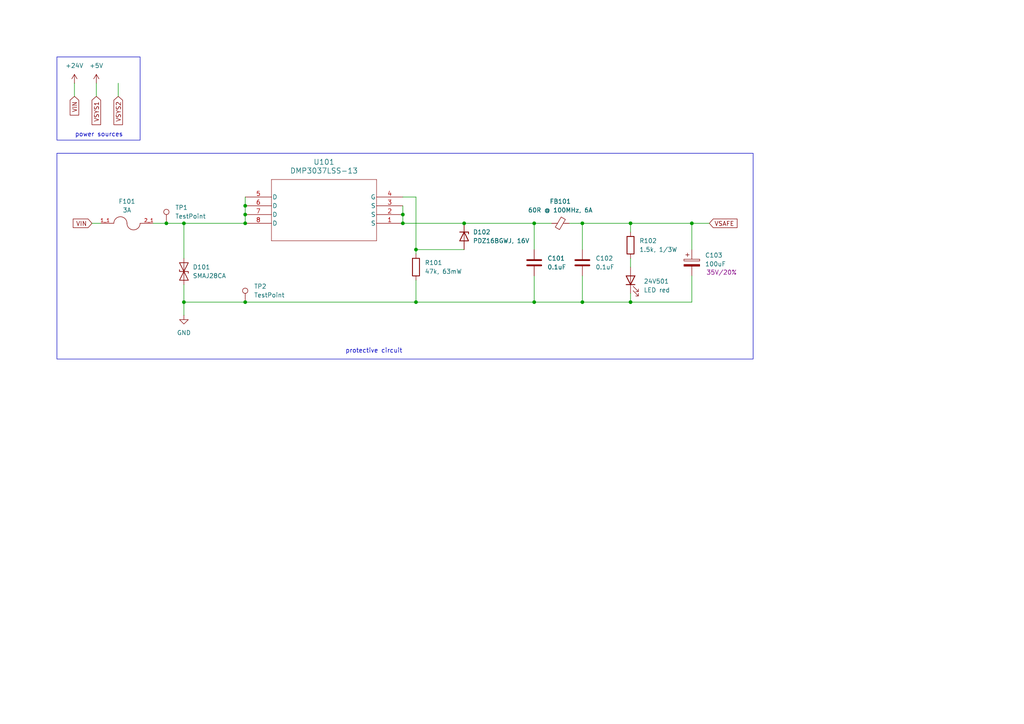
<source format=kicad_sch>
(kicad_sch
	(version 20231120)
	(generator "eeschema")
	(generator_version "8.0")
	(uuid "e396a9e1-26e1-4f8d-8b8a-860e6fa7cb0a")
	(paper "A4")
	(lib_symbols
		(symbol "+24V_1"
			(power)
			(pin_numbers hide)
			(pin_names
				(offset 0) hide)
			(exclude_from_sim no)
			(in_bom yes)
			(on_board yes)
			(property "Reference" "#PWR"
				(at 0 -3.81 0)
				(effects
					(font
						(size 1.27 1.27)
					)
					(hide yes)
				)
			)
			(property "Value" "+24V"
				(at 0 3.556 0)
				(effects
					(font
						(size 1.27 1.27)
					)
				)
			)
			(property "Footprint" ""
				(at 0 0 0)
				(effects
					(font
						(size 1.27 1.27)
					)
					(hide yes)
				)
			)
			(property "Datasheet" ""
				(at 0 0 0)
				(effects
					(font
						(size 1.27 1.27)
					)
					(hide yes)
				)
			)
			(property "Description" "Power symbol creates a global label with name \"+24V\""
				(at 0 0 0)
				(effects
					(font
						(size 1.27 1.27)
					)
					(hide yes)
				)
			)
			(property "ki_keywords" "global power"
				(at 0 0 0)
				(effects
					(font
						(size 1.27 1.27)
					)
					(hide yes)
				)
			)
			(symbol "+24V_1_0_1"
				(polyline
					(pts
						(xy -0.762 1.27) (xy 0 2.54)
					)
					(stroke
						(width 0)
						(type default)
					)
					(fill
						(type none)
					)
				)
				(polyline
					(pts
						(xy 0 0) (xy 0 2.54)
					)
					(stroke
						(width 0)
						(type default)
					)
					(fill
						(type none)
					)
				)
				(polyline
					(pts
						(xy 0 2.54) (xy 0.762 1.27)
					)
					(stroke
						(width 0)
						(type default)
					)
					(fill
						(type none)
					)
				)
			)
			(symbol "+24V_1_1_1"
				(pin power_in line
					(at 0 0 90)
					(length 0)
					(name "~"
						(effects
							(font
								(size 1.27 1.27)
							)
						)
					)
					(number "1"
						(effects
							(font
								(size 1.27 1.27)
							)
						)
					)
				)
			)
		)
		(symbol "+5V_1"
			(power)
			(pin_numbers hide)
			(pin_names
				(offset 0) hide)
			(exclude_from_sim no)
			(in_bom yes)
			(on_board yes)
			(property "Reference" "#PWR"
				(at 0 -3.81 0)
				(effects
					(font
						(size 1.27 1.27)
					)
					(hide yes)
				)
			)
			(property "Value" "+5V"
				(at 0 3.556 0)
				(effects
					(font
						(size 1.27 1.27)
					)
				)
			)
			(property "Footprint" ""
				(at 0 0 0)
				(effects
					(font
						(size 1.27 1.27)
					)
					(hide yes)
				)
			)
			(property "Datasheet" ""
				(at 0 0 0)
				(effects
					(font
						(size 1.27 1.27)
					)
					(hide yes)
				)
			)
			(property "Description" "Power symbol creates a global label with name \"+5V\""
				(at 0 0 0)
				(effects
					(font
						(size 1.27 1.27)
					)
					(hide yes)
				)
			)
			(property "ki_keywords" "global power"
				(at 0 0 0)
				(effects
					(font
						(size 1.27 1.27)
					)
					(hide yes)
				)
			)
			(symbol "+5V_1_0_1"
				(polyline
					(pts
						(xy -0.762 1.27) (xy 0 2.54)
					)
					(stroke
						(width 0)
						(type default)
					)
					(fill
						(type none)
					)
				)
				(polyline
					(pts
						(xy 0 0) (xy 0 2.54)
					)
					(stroke
						(width 0)
						(type default)
					)
					(fill
						(type none)
					)
				)
				(polyline
					(pts
						(xy 0 2.54) (xy 0.762 1.27)
					)
					(stroke
						(width 0)
						(type default)
					)
					(fill
						(type none)
					)
				)
			)
			(symbol "+5V_1_1_1"
				(pin power_in line
					(at 0 0 90)
					(length 0)
					(name "~"
						(effects
							(font
								(size 1.27 1.27)
							)
						)
					)
					(number "1"
						(effects
							(font
								(size 1.27 1.27)
							)
						)
					)
				)
			)
		)
		(symbol "Connector:TestPoint"
			(pin_numbers hide)
			(pin_names
				(offset 0.762) hide)
			(exclude_from_sim no)
			(in_bom yes)
			(on_board yes)
			(property "Reference" "TP"
				(at 0 6.858 0)
				(effects
					(font
						(size 1.27 1.27)
					)
				)
			)
			(property "Value" "TestPoint"
				(at 0 5.08 0)
				(effects
					(font
						(size 1.27 1.27)
					)
				)
			)
			(property "Footprint" ""
				(at 5.08 0 0)
				(effects
					(font
						(size 1.27 1.27)
					)
					(hide yes)
				)
			)
			(property "Datasheet" "~"
				(at 5.08 0 0)
				(effects
					(font
						(size 1.27 1.27)
					)
					(hide yes)
				)
			)
			(property "Description" "test point"
				(at 0 0 0)
				(effects
					(font
						(size 1.27 1.27)
					)
					(hide yes)
				)
			)
			(property "ki_keywords" "test point tp"
				(at 0 0 0)
				(effects
					(font
						(size 1.27 1.27)
					)
					(hide yes)
				)
			)
			(property "ki_fp_filters" "Pin* Test*"
				(at 0 0 0)
				(effects
					(font
						(size 1.27 1.27)
					)
					(hide yes)
				)
			)
			(symbol "TestPoint_0_1"
				(circle
					(center 0 3.302)
					(radius 0.762)
					(stroke
						(width 0)
						(type default)
					)
					(fill
						(type none)
					)
				)
			)
			(symbol "TestPoint_1_1"
				(pin passive line
					(at 0 0 90)
					(length 2.54)
					(name "1"
						(effects
							(font
								(size 1.27 1.27)
							)
						)
					)
					(number "1"
						(effects
							(font
								(size 1.27 1.27)
							)
						)
					)
				)
			)
		)
		(symbol "Device:C"
			(pin_numbers hide)
			(pin_names
				(offset 0.254)
			)
			(exclude_from_sim no)
			(in_bom yes)
			(on_board yes)
			(property "Reference" "C"
				(at 0.635 2.54 0)
				(effects
					(font
						(size 1.27 1.27)
					)
					(justify left)
				)
			)
			(property "Value" "C"
				(at 0.635 -2.54 0)
				(effects
					(font
						(size 1.27 1.27)
					)
					(justify left)
				)
			)
			(property "Footprint" ""
				(at 0.9652 -3.81 0)
				(effects
					(font
						(size 1.27 1.27)
					)
					(hide yes)
				)
			)
			(property "Datasheet" "~"
				(at 0 0 0)
				(effects
					(font
						(size 1.27 1.27)
					)
					(hide yes)
				)
			)
			(property "Description" "Unpolarized capacitor"
				(at 0 0 0)
				(effects
					(font
						(size 1.27 1.27)
					)
					(hide yes)
				)
			)
			(property "ki_keywords" "cap capacitor"
				(at 0 0 0)
				(effects
					(font
						(size 1.27 1.27)
					)
					(hide yes)
				)
			)
			(property "ki_fp_filters" "C_*"
				(at 0 0 0)
				(effects
					(font
						(size 1.27 1.27)
					)
					(hide yes)
				)
			)
			(symbol "C_0_1"
				(polyline
					(pts
						(xy -2.032 -0.762) (xy 2.032 -0.762)
					)
					(stroke
						(width 0.508)
						(type default)
					)
					(fill
						(type none)
					)
				)
				(polyline
					(pts
						(xy -2.032 0.762) (xy 2.032 0.762)
					)
					(stroke
						(width 0.508)
						(type default)
					)
					(fill
						(type none)
					)
				)
			)
			(symbol "C_1_1"
				(pin passive line
					(at 0 3.81 270)
					(length 2.794)
					(name "~"
						(effects
							(font
								(size 1.27 1.27)
							)
						)
					)
					(number "1"
						(effects
							(font
								(size 1.27 1.27)
							)
						)
					)
				)
				(pin passive line
					(at 0 -3.81 90)
					(length 2.794)
					(name "~"
						(effects
							(font
								(size 1.27 1.27)
							)
						)
					)
					(number "2"
						(effects
							(font
								(size 1.27 1.27)
							)
						)
					)
				)
			)
		)
		(symbol "Device:C_Polarized"
			(pin_numbers hide)
			(pin_names
				(offset 0.254)
			)
			(exclude_from_sim no)
			(in_bom yes)
			(on_board yes)
			(property "Reference" "C"
				(at 0.635 2.54 0)
				(effects
					(font
						(size 1.27 1.27)
					)
					(justify left)
				)
			)
			(property "Value" "C_Polarized"
				(at 0.635 -2.54 0)
				(effects
					(font
						(size 1.27 1.27)
					)
					(justify left)
				)
			)
			(property "Footprint" ""
				(at 0.9652 -3.81 0)
				(effects
					(font
						(size 1.27 1.27)
					)
					(hide yes)
				)
			)
			(property "Datasheet" "~"
				(at 0 0 0)
				(effects
					(font
						(size 1.27 1.27)
					)
					(hide yes)
				)
			)
			(property "Description" "Polarized capacitor"
				(at 0 0 0)
				(effects
					(font
						(size 1.27 1.27)
					)
					(hide yes)
				)
			)
			(property "ki_keywords" "cap capacitor"
				(at 0 0 0)
				(effects
					(font
						(size 1.27 1.27)
					)
					(hide yes)
				)
			)
			(property "ki_fp_filters" "CP_*"
				(at 0 0 0)
				(effects
					(font
						(size 1.27 1.27)
					)
					(hide yes)
				)
			)
			(symbol "C_Polarized_0_1"
				(rectangle
					(start -2.286 0.508)
					(end 2.286 1.016)
					(stroke
						(width 0)
						(type default)
					)
					(fill
						(type none)
					)
				)
				(polyline
					(pts
						(xy -1.778 2.286) (xy -0.762 2.286)
					)
					(stroke
						(width 0)
						(type default)
					)
					(fill
						(type none)
					)
				)
				(polyline
					(pts
						(xy -1.27 2.794) (xy -1.27 1.778)
					)
					(stroke
						(width 0)
						(type default)
					)
					(fill
						(type none)
					)
				)
				(rectangle
					(start 2.286 -0.508)
					(end -2.286 -1.016)
					(stroke
						(width 0)
						(type default)
					)
					(fill
						(type outline)
					)
				)
			)
			(symbol "C_Polarized_1_1"
				(pin passive line
					(at 0 3.81 270)
					(length 2.794)
					(name "~"
						(effects
							(font
								(size 1.27 1.27)
							)
						)
					)
					(number "1"
						(effects
							(font
								(size 1.27 1.27)
							)
						)
					)
				)
				(pin passive line
					(at 0 -3.81 90)
					(length 2.794)
					(name "~"
						(effects
							(font
								(size 1.27 1.27)
							)
						)
					)
					(number "2"
						(effects
							(font
								(size 1.27 1.27)
							)
						)
					)
				)
			)
		)
		(symbol "Device:D_Zener"
			(pin_numbers hide)
			(pin_names
				(offset 1.016) hide)
			(exclude_from_sim no)
			(in_bom yes)
			(on_board yes)
			(property "Reference" "D"
				(at 0 2.54 0)
				(effects
					(font
						(size 1.27 1.27)
					)
				)
			)
			(property "Value" "D_Zener"
				(at 0 -2.54 0)
				(effects
					(font
						(size 1.27 1.27)
					)
				)
			)
			(property "Footprint" ""
				(at 0 0 0)
				(effects
					(font
						(size 1.27 1.27)
					)
					(hide yes)
				)
			)
			(property "Datasheet" "~"
				(at 0 0 0)
				(effects
					(font
						(size 1.27 1.27)
					)
					(hide yes)
				)
			)
			(property "Description" "Zener diode"
				(at 0 0 0)
				(effects
					(font
						(size 1.27 1.27)
					)
					(hide yes)
				)
			)
			(property "ki_keywords" "diode"
				(at 0 0 0)
				(effects
					(font
						(size 1.27 1.27)
					)
					(hide yes)
				)
			)
			(property "ki_fp_filters" "TO-???* *_Diode_* *SingleDiode* D_*"
				(at 0 0 0)
				(effects
					(font
						(size 1.27 1.27)
					)
					(hide yes)
				)
			)
			(symbol "D_Zener_0_1"
				(polyline
					(pts
						(xy 1.27 0) (xy -1.27 0)
					)
					(stroke
						(width 0)
						(type default)
					)
					(fill
						(type none)
					)
				)
				(polyline
					(pts
						(xy -1.27 -1.27) (xy -1.27 1.27) (xy -0.762 1.27)
					)
					(stroke
						(width 0.254)
						(type default)
					)
					(fill
						(type none)
					)
				)
				(polyline
					(pts
						(xy 1.27 -1.27) (xy 1.27 1.27) (xy -1.27 0) (xy 1.27 -1.27)
					)
					(stroke
						(width 0.254)
						(type default)
					)
					(fill
						(type none)
					)
				)
			)
			(symbol "D_Zener_1_1"
				(pin passive line
					(at -3.81 0 0)
					(length 2.54)
					(name "K"
						(effects
							(font
								(size 1.27 1.27)
							)
						)
					)
					(number "1"
						(effects
							(font
								(size 1.27 1.27)
							)
						)
					)
				)
				(pin passive line
					(at 3.81 0 180)
					(length 2.54)
					(name "A"
						(effects
							(font
								(size 1.27 1.27)
							)
						)
					)
					(number "2"
						(effects
							(font
								(size 1.27 1.27)
							)
						)
					)
				)
			)
		)
		(symbol "Device:FerriteBead_Small"
			(pin_numbers hide)
			(pin_names
				(offset 0)
			)
			(exclude_from_sim no)
			(in_bom yes)
			(on_board yes)
			(property "Reference" "FB"
				(at 1.905 1.27 0)
				(effects
					(font
						(size 1.27 1.27)
					)
					(justify left)
				)
			)
			(property "Value" "FerriteBead_Small"
				(at 1.905 -1.27 0)
				(effects
					(font
						(size 1.27 1.27)
					)
					(justify left)
				)
			)
			(property "Footprint" ""
				(at -1.778 0 90)
				(effects
					(font
						(size 1.27 1.27)
					)
					(hide yes)
				)
			)
			(property "Datasheet" "~"
				(at 0 0 0)
				(effects
					(font
						(size 1.27 1.27)
					)
					(hide yes)
				)
			)
			(property "Description" "Ferrite bead, small symbol"
				(at 0 0 0)
				(effects
					(font
						(size 1.27 1.27)
					)
					(hide yes)
				)
			)
			(property "ki_keywords" "L ferrite bead inductor filter"
				(at 0 0 0)
				(effects
					(font
						(size 1.27 1.27)
					)
					(hide yes)
				)
			)
			(property "ki_fp_filters" "Inductor_* L_* *Ferrite*"
				(at 0 0 0)
				(effects
					(font
						(size 1.27 1.27)
					)
					(hide yes)
				)
			)
			(symbol "FerriteBead_Small_0_1"
				(polyline
					(pts
						(xy 0 -1.27) (xy 0 -0.7874)
					)
					(stroke
						(width 0)
						(type default)
					)
					(fill
						(type none)
					)
				)
				(polyline
					(pts
						(xy 0 0.889) (xy 0 1.2954)
					)
					(stroke
						(width 0)
						(type default)
					)
					(fill
						(type none)
					)
				)
				(polyline
					(pts
						(xy -1.8288 0.2794) (xy -1.1176 1.4986) (xy 1.8288 -0.2032) (xy 1.1176 -1.4224) (xy -1.8288 0.2794)
					)
					(stroke
						(width 0)
						(type default)
					)
					(fill
						(type none)
					)
				)
			)
			(symbol "FerriteBead_Small_1_1"
				(pin passive line
					(at 0 2.54 270)
					(length 1.27)
					(name "~"
						(effects
							(font
								(size 1.27 1.27)
							)
						)
					)
					(number "1"
						(effects
							(font
								(size 1.27 1.27)
							)
						)
					)
				)
				(pin passive line
					(at 0 -2.54 90)
					(length 1.27)
					(name "~"
						(effects
							(font
								(size 1.27 1.27)
							)
						)
					)
					(number "2"
						(effects
							(font
								(size 1.27 1.27)
							)
						)
					)
				)
			)
		)
		(symbol "Device:LED"
			(pin_numbers hide)
			(pin_names
				(offset 1.016) hide)
			(exclude_from_sim no)
			(in_bom yes)
			(on_board yes)
			(property "Reference" "D"
				(at 0 2.54 0)
				(effects
					(font
						(size 1.27 1.27)
					)
				)
			)
			(property "Value" "LED"
				(at 0 -2.54 0)
				(effects
					(font
						(size 1.27 1.27)
					)
				)
			)
			(property "Footprint" ""
				(at 0 0 0)
				(effects
					(font
						(size 1.27 1.27)
					)
					(hide yes)
				)
			)
			(property "Datasheet" "~"
				(at 0 0 0)
				(effects
					(font
						(size 1.27 1.27)
					)
					(hide yes)
				)
			)
			(property "Description" "Light emitting diode"
				(at 0 0 0)
				(effects
					(font
						(size 1.27 1.27)
					)
					(hide yes)
				)
			)
			(property "ki_keywords" "LED diode"
				(at 0 0 0)
				(effects
					(font
						(size 1.27 1.27)
					)
					(hide yes)
				)
			)
			(property "ki_fp_filters" "LED* LED_SMD:* LED_THT:*"
				(at 0 0 0)
				(effects
					(font
						(size 1.27 1.27)
					)
					(hide yes)
				)
			)
			(symbol "LED_0_1"
				(polyline
					(pts
						(xy -1.27 -1.27) (xy -1.27 1.27)
					)
					(stroke
						(width 0.254)
						(type default)
					)
					(fill
						(type none)
					)
				)
				(polyline
					(pts
						(xy -1.27 0) (xy 1.27 0)
					)
					(stroke
						(width 0)
						(type default)
					)
					(fill
						(type none)
					)
				)
				(polyline
					(pts
						(xy 1.27 -1.27) (xy 1.27 1.27) (xy -1.27 0) (xy 1.27 -1.27)
					)
					(stroke
						(width 0.254)
						(type default)
					)
					(fill
						(type none)
					)
				)
				(polyline
					(pts
						(xy -3.048 -0.762) (xy -4.572 -2.286) (xy -3.81 -2.286) (xy -4.572 -2.286) (xy -4.572 -1.524)
					)
					(stroke
						(width 0)
						(type default)
					)
					(fill
						(type none)
					)
				)
				(polyline
					(pts
						(xy -1.778 -0.762) (xy -3.302 -2.286) (xy -2.54 -2.286) (xy -3.302 -2.286) (xy -3.302 -1.524)
					)
					(stroke
						(width 0)
						(type default)
					)
					(fill
						(type none)
					)
				)
			)
			(symbol "LED_1_1"
				(pin passive line
					(at -3.81 0 0)
					(length 2.54)
					(name "K"
						(effects
							(font
								(size 1.27 1.27)
							)
						)
					)
					(number "1"
						(effects
							(font
								(size 1.27 1.27)
							)
						)
					)
				)
				(pin passive line
					(at 3.81 0 180)
					(length 2.54)
					(name "A"
						(effects
							(font
								(size 1.27 1.27)
							)
						)
					)
					(number "2"
						(effects
							(font
								(size 1.27 1.27)
							)
						)
					)
				)
			)
		)
		(symbol "Device:R"
			(pin_numbers hide)
			(pin_names
				(offset 0)
			)
			(exclude_from_sim no)
			(in_bom yes)
			(on_board yes)
			(property "Reference" "R"
				(at 2.032 0 90)
				(effects
					(font
						(size 1.27 1.27)
					)
				)
			)
			(property "Value" "R"
				(at 0 0 90)
				(effects
					(font
						(size 1.27 1.27)
					)
				)
			)
			(property "Footprint" ""
				(at -1.778 0 90)
				(effects
					(font
						(size 1.27 1.27)
					)
					(hide yes)
				)
			)
			(property "Datasheet" "~"
				(at 0 0 0)
				(effects
					(font
						(size 1.27 1.27)
					)
					(hide yes)
				)
			)
			(property "Description" "Resistor"
				(at 0 0 0)
				(effects
					(font
						(size 1.27 1.27)
					)
					(hide yes)
				)
			)
			(property "ki_keywords" "R res resistor"
				(at 0 0 0)
				(effects
					(font
						(size 1.27 1.27)
					)
					(hide yes)
				)
			)
			(property "ki_fp_filters" "R_*"
				(at 0 0 0)
				(effects
					(font
						(size 1.27 1.27)
					)
					(hide yes)
				)
			)
			(symbol "R_0_1"
				(rectangle
					(start -1.016 -2.54)
					(end 1.016 2.54)
					(stroke
						(width 0.254)
						(type default)
					)
					(fill
						(type none)
					)
				)
			)
			(symbol "R_1_1"
				(pin passive line
					(at 0 3.81 270)
					(length 1.27)
					(name "~"
						(effects
							(font
								(size 1.27 1.27)
							)
						)
					)
					(number "1"
						(effects
							(font
								(size 1.27 1.27)
							)
						)
					)
				)
				(pin passive line
					(at 0 -3.81 90)
					(length 1.27)
					(name "~"
						(effects
							(font
								(size 1.27 1.27)
							)
						)
					)
					(number "2"
						(effects
							(font
								(size 1.27 1.27)
							)
						)
					)
				)
			)
		)
		(symbol "Diode:SMAJ28CA"
			(pin_numbers hide)
			(pin_names
				(offset 1.016) hide)
			(exclude_from_sim no)
			(in_bom yes)
			(on_board yes)
			(property "Reference" "D"
				(at 0 2.54 0)
				(effects
					(font
						(size 1.27 1.27)
					)
				)
			)
			(property "Value" "SMAJ28CA"
				(at 0 -2.54 0)
				(effects
					(font
						(size 1.27 1.27)
					)
				)
			)
			(property "Footprint" "Diode_SMD:D_SMA"
				(at 0 -5.08 0)
				(effects
					(font
						(size 1.27 1.27)
					)
					(hide yes)
				)
			)
			(property "Datasheet" "https://www.littelfuse.com/media?resourcetype=datasheets&itemid=75e32973-b177-4ee3-a0ff-cedaf1abdb93&filename=smaj-datasheet"
				(at 0 0 0)
				(effects
					(font
						(size 1.27 1.27)
					)
					(hide yes)
				)
			)
			(property "Description" "400W bidirectional Transient Voltage Suppressor, 28.0Vr, SMA(DO-214AC)"
				(at 0 0 0)
				(effects
					(font
						(size 1.27 1.27)
					)
					(hide yes)
				)
			)
			(property "ki_keywords" "bidirectional diode TVS voltage suppressor"
				(at 0 0 0)
				(effects
					(font
						(size 1.27 1.27)
					)
					(hide yes)
				)
			)
			(property "ki_fp_filters" "D*SMA*"
				(at 0 0 0)
				(effects
					(font
						(size 1.27 1.27)
					)
					(hide yes)
				)
			)
			(symbol "SMAJ28CA_0_1"
				(polyline
					(pts
						(xy 1.27 0) (xy -1.27 0)
					)
					(stroke
						(width 0)
						(type default)
					)
					(fill
						(type none)
					)
				)
				(polyline
					(pts
						(xy -2.54 -1.27) (xy 0 0) (xy -2.54 1.27) (xy -2.54 -1.27)
					)
					(stroke
						(width 0.2032)
						(type default)
					)
					(fill
						(type none)
					)
				)
				(polyline
					(pts
						(xy 0.508 1.27) (xy 0 1.27) (xy 0 -1.27) (xy -0.508 -1.27)
					)
					(stroke
						(width 0.2032)
						(type default)
					)
					(fill
						(type none)
					)
				)
				(polyline
					(pts
						(xy 2.54 1.27) (xy 2.54 -1.27) (xy 0 0) (xy 2.54 1.27)
					)
					(stroke
						(width 0.2032)
						(type default)
					)
					(fill
						(type none)
					)
				)
			)
			(symbol "SMAJ28CA_1_1"
				(pin passive line
					(at -3.81 0 0)
					(length 2.54)
					(name "A1"
						(effects
							(font
								(size 1.27 1.27)
							)
						)
					)
					(number "1"
						(effects
							(font
								(size 1.27 1.27)
							)
						)
					)
				)
				(pin passive line
					(at 3.81 0 180)
					(length 2.54)
					(name "A2"
						(effects
							(font
								(size 1.27 1.27)
							)
						)
					)
					(number "2"
						(effects
							(font
								(size 1.27 1.27)
							)
						)
					)
				)
			)
		)
		(symbol "GND_1"
			(power)
			(pin_numbers hide)
			(pin_names
				(offset 0) hide)
			(exclude_from_sim no)
			(in_bom yes)
			(on_board yes)
			(property "Reference" "#PWR"
				(at 0 -6.35 0)
				(effects
					(font
						(size 1.27 1.27)
					)
					(hide yes)
				)
			)
			(property "Value" "GND"
				(at 0 -3.81 0)
				(effects
					(font
						(size 1.27 1.27)
					)
				)
			)
			(property "Footprint" ""
				(at 0 0 0)
				(effects
					(font
						(size 1.27 1.27)
					)
					(hide yes)
				)
			)
			(property "Datasheet" ""
				(at 0 0 0)
				(effects
					(font
						(size 1.27 1.27)
					)
					(hide yes)
				)
			)
			(property "Description" "Power symbol creates a global label with name \"GND\" , ground"
				(at 0 0 0)
				(effects
					(font
						(size 1.27 1.27)
					)
					(hide yes)
				)
			)
			(property "ki_keywords" "global power"
				(at 0 0 0)
				(effects
					(font
						(size 1.27 1.27)
					)
					(hide yes)
				)
			)
			(symbol "GND_1_0_1"
				(polyline
					(pts
						(xy 0 0) (xy 0 -1.27) (xy 1.27 -1.27) (xy 0 -2.54) (xy -1.27 -1.27) (xy 0 -1.27)
					)
					(stroke
						(width 0)
						(type default)
					)
					(fill
						(type none)
					)
				)
			)
			(symbol "GND_1_1_1"
				(pin power_in line
					(at 0 0 270)
					(length 0)
					(name "~"
						(effects
							(font
								(size 1.27 1.27)
							)
						)
					)
					(number "1"
						(effects
							(font
								(size 1.27 1.27)
							)
						)
					)
				)
			)
		)
		(symbol "Transistor_FET:DMP3037LSS-13"
			(pin_names
				(offset 0.254)
			)
			(exclude_from_sim no)
			(in_bom yes)
			(on_board yes)
			(property "Reference" "U"
				(at 0 13.97 0)
				(effects
					(font
						(size 1.524 1.524)
					)
				)
			)
			(property "Value" "DMP3037LSS-13"
				(at 0 11.43 0)
				(effects
					(font
						(size 1.524 1.524)
					)
				)
			)
			(property "Footprint" "SO8_DIO"
				(at -22.86 3.81 0)
				(effects
					(font
						(size 1.27 1.27)
						(italic yes)
					)
					(hide yes)
				)
			)
			(property "Datasheet" "DMP3037LSS-13"
				(at -22.86 3.81 0)
				(effects
					(font
						(size 1.27 1.27)
						(italic yes)
					)
					(hide yes)
				)
			)
			(property "Description" ""
				(at -22.86 3.81 0)
				(effects
					(font
						(size 1.27 1.27)
					)
					(hide yes)
				)
			)
			(property "ki_locked" ""
				(at 0 0 0)
				(effects
					(font
						(size 1.27 1.27)
					)
				)
			)
			(property "ki_keywords" "DMP3037LSS-13"
				(at 0 0 0)
				(effects
					(font
						(size 1.27 1.27)
					)
					(hide yes)
				)
			)
			(property "ki_fp_filters" "SO8_DIO SO8_DIO-M SO8_DIO-L"
				(at 0 0 0)
				(effects
					(font
						(size 1.27 1.27)
					)
					(hide yes)
				)
			)
			(symbol "DMP3037LSS-13_1_1"
				(polyline
					(pts
						(xy -15.24 -8.89) (xy 15.24 -8.89)
					)
					(stroke
						(width 0.127)
						(type default)
					)
					(fill
						(type none)
					)
				)
				(polyline
					(pts
						(xy -15.24 8.89) (xy -15.24 -8.89)
					)
					(stroke
						(width 0.127)
						(type default)
					)
					(fill
						(type none)
					)
				)
				(polyline
					(pts
						(xy 15.24 -8.89) (xy 15.24 8.89)
					)
					(stroke
						(width 0.127)
						(type default)
					)
					(fill
						(type none)
					)
				)
				(polyline
					(pts
						(xy 15.24 8.89) (xy -15.24 8.89)
					)
					(stroke
						(width 0.127)
						(type default)
					)
					(fill
						(type none)
					)
				)
				(pin unspecified line
					(at -22.86 3.81 0)
					(length 7.62)
					(name "S"
						(effects
							(font
								(size 1.27 1.27)
							)
						)
					)
					(number "1"
						(effects
							(font
								(size 1.27 1.27)
							)
						)
					)
				)
				(pin unspecified line
					(at -22.86 1.27 0)
					(length 7.62)
					(name "S"
						(effects
							(font
								(size 1.27 1.27)
							)
						)
					)
					(number "2"
						(effects
							(font
								(size 1.27 1.27)
							)
						)
					)
				)
				(pin unspecified line
					(at -22.86 -1.27 0)
					(length 7.62)
					(name "S"
						(effects
							(font
								(size 1.27 1.27)
							)
						)
					)
					(number "3"
						(effects
							(font
								(size 1.27 1.27)
							)
						)
					)
				)
				(pin unspecified line
					(at -22.86 -3.81 0)
					(length 7.62)
					(name "G"
						(effects
							(font
								(size 1.27 1.27)
							)
						)
					)
					(number "4"
						(effects
							(font
								(size 1.27 1.27)
							)
						)
					)
				)
				(pin unspecified line
					(at 22.86 -3.81 180)
					(length 7.62)
					(name "D"
						(effects
							(font
								(size 1.27 1.27)
							)
						)
					)
					(number "5"
						(effects
							(font
								(size 1.27 1.27)
							)
						)
					)
				)
				(pin unspecified line
					(at 22.86 -1.27 180)
					(length 7.62)
					(name "D"
						(effects
							(font
								(size 1.27 1.27)
							)
						)
					)
					(number "6"
						(effects
							(font
								(size 1.27 1.27)
							)
						)
					)
				)
				(pin unspecified line
					(at 22.86 1.27 180)
					(length 7.62)
					(name "D"
						(effects
							(font
								(size 1.27 1.27)
							)
						)
					)
					(number "7"
						(effects
							(font
								(size 1.27 1.27)
							)
						)
					)
				)
				(pin unspecified line
					(at 22.86 3.81 180)
					(length 7.62)
					(name "D"
						(effects
							(font
								(size 1.27 1.27)
							)
						)
					)
					(number "8"
						(effects
							(font
								(size 1.27 1.27)
							)
						)
					)
				)
			)
		)
		(symbol "fuse_holder:3588TR"
			(pin_names
				(offset 1.016)
			)
			(exclude_from_sim no)
			(in_bom yes)
			(on_board yes)
			(property "Reference" "F"
				(at -2.54 5.08 0)
				(effects
					(font
						(size 1.27 1.27)
					)
					(justify left bottom)
				)
			)
			(property "Value" "3588TR"
				(at -2.54 -5.08 0)
				(effects
					(font
						(size 1.27 1.27)
					)
					(justify left bottom)
				)
			)
			(property "Footprint" "3588TR:FUSE_3588TR"
				(at 0 0 0)
				(effects
					(font
						(size 1.27 1.27)
					)
					(justify bottom)
					(hide yes)
				)
			)
			(property "Datasheet" ""
				(at 0 0 0)
				(effects
					(font
						(size 1.27 1.27)
					)
					(hide yes)
				)
			)
			(property "Description" ""
				(at 0 0 0)
				(effects
					(font
						(size 1.27 1.27)
					)
					(hide yes)
				)
			)
			(property "PARTREV" "E"
				(at 0 0 0)
				(effects
					(font
						(size 1.27 1.27)
					)
					(justify bottom)
					(hide yes)
				)
			)
			(property "SNAPEDA_PN" "3588"
				(at 0 0 0)
				(effects
					(font
						(size 1.27 1.27)
					)
					(justify bottom)
					(hide yes)
				)
			)
			(property "STANDARD" "Manufacturer Recommendation"
				(at 0 0 0)
				(effects
					(font
						(size 1.27 1.27)
					)
					(justify bottom)
					(hide yes)
				)
			)
			(property "MAXIMUM_PACKAGE_HEIGHT" "8.12mm"
				(at 0 0 0)
				(effects
					(font
						(size 1.27 1.27)
					)
					(justify bottom)
					(hide yes)
				)
			)
			(property "MANUFACTURER" "Keystone"
				(at 0 0 0)
				(effects
					(font
						(size 1.27 1.27)
					)
					(justify bottom)
					(hide yes)
				)
			)
			(symbol "3588TR_0_0"
				(arc
					(start 0 0)
					(mid -1.905 1.8967)
					(end -3.81 0)
					(stroke
						(width 0.1524)
						(type default)
					)
					(fill
						(type none)
					)
				)
				(polyline
					(pts
						(xy -5.08 0) (xy -3.81 0)
					)
					(stroke
						(width 0.1524)
						(type default)
					)
					(fill
						(type none)
					)
				)
				(polyline
					(pts
						(xy 5.08 0) (xy 3.81 0)
					)
					(stroke
						(width 0.1524)
						(type default)
					)
					(fill
						(type none)
					)
				)
				(arc
					(start 0 0)
					(mid 1.905 -1.8967)
					(end 3.81 0)
					(stroke
						(width 0.1524)
						(type default)
					)
					(fill
						(type none)
					)
				)
				(pin passive line
					(at -7.62 0 0)
					(length 2.54)
					(name "~"
						(effects
							(font
								(size 1.016 1.016)
							)
						)
					)
					(number "1_1"
						(effects
							(font
								(size 1.016 1.016)
							)
						)
					)
				)
				(pin passive line
					(at 7.62 0 180)
					(length 2.54)
					(name "~"
						(effects
							(font
								(size 1.016 1.016)
							)
						)
					)
					(number "2_1"
						(effects
							(font
								(size 1.016 1.016)
							)
						)
					)
				)
			)
		)
	)
	(junction
		(at 53.34 87.63)
		(diameter 0)
		(color 0 0 0 0)
		(uuid "0dadeaf8-5424-4fa2-99cc-9416fd17a2cc")
	)
	(junction
		(at 116.84 64.77)
		(diameter 0)
		(color 0 0 0 0)
		(uuid "0fd8c1a3-f91b-4f60-8976-a7e9e3f89420")
	)
	(junction
		(at 116.84 62.23)
		(diameter 0)
		(color 0 0 0 0)
		(uuid "1f0ce3e8-be69-4fcf-96d5-f50eb7d63bcc")
	)
	(junction
		(at 154.94 64.77)
		(diameter 0)
		(color 0 0 0 0)
		(uuid "227f13cb-026f-4bcb-8798-c5c7b9ccbd69")
	)
	(junction
		(at 182.88 87.63)
		(diameter 0)
		(color 0 0 0 0)
		(uuid "2bea8569-0a73-4e19-97c9-536b38252e46")
	)
	(junction
		(at 71.12 87.63)
		(diameter 0)
		(color 0 0 0 0)
		(uuid "5839b93b-156a-4b27-bd86-f48a1b4abf3d")
	)
	(junction
		(at 154.94 87.63)
		(diameter 0)
		(color 0 0 0 0)
		(uuid "5cb738ce-be02-4f68-8d3e-280dad769fc4")
	)
	(junction
		(at 200.66 64.77)
		(diameter 0)
		(color 0 0 0 0)
		(uuid "5e6625e2-f6e0-4dd1-a893-555b61959cb0")
	)
	(junction
		(at 168.91 87.63)
		(diameter 0)
		(color 0 0 0 0)
		(uuid "76be23ac-d635-45a5-b17e-8c94093fae77")
	)
	(junction
		(at 53.34 64.77)
		(diameter 0)
		(color 0 0 0 0)
		(uuid "7845a78d-47b7-4267-9bcf-12d0d4a6a364")
	)
	(junction
		(at 71.12 64.77)
		(diameter 0)
		(color 0 0 0 0)
		(uuid "86612f90-9a2b-4e10-9f84-c47e192400cd")
	)
	(junction
		(at 71.12 62.23)
		(diameter 0)
		(color 0 0 0 0)
		(uuid "8c75b5b7-3e3b-4e06-8c1a-b1b11d47f49f")
	)
	(junction
		(at 120.65 87.63)
		(diameter 0)
		(color 0 0 0 0)
		(uuid "923bdcfd-d506-4e8d-ac4e-7cc57f4e13db")
	)
	(junction
		(at 168.91 64.77)
		(diameter 0)
		(color 0 0 0 0)
		(uuid "9538450e-59a1-4297-94eb-519ad7bed736")
	)
	(junction
		(at 120.65 72.39)
		(diameter 0)
		(color 0 0 0 0)
		(uuid "9c30e822-9bd2-48a0-9c47-acfdee339966")
	)
	(junction
		(at 48.26 64.77)
		(diameter 0)
		(color 0 0 0 0)
		(uuid "c368ca8d-f6a3-4c1c-a74f-aa992441d70f")
	)
	(junction
		(at 71.12 59.69)
		(diameter 0)
		(color 0 0 0 0)
		(uuid "e64d0850-62e7-473a-ad6b-aa2717e1624c")
	)
	(junction
		(at 134.62 64.77)
		(diameter 0)
		(color 0 0 0 0)
		(uuid "e888c4c7-cf13-4fba-862b-c3ff1a984f84")
	)
	(junction
		(at 182.88 64.77)
		(diameter 0)
		(color 0 0 0 0)
		(uuid "fa769503-3b42-415a-8265-d463edeed34f")
	)
	(wire
		(pts
			(xy 182.88 85.09) (xy 182.88 87.63)
		)
		(stroke
			(width 0)
			(type default)
		)
		(uuid "08566dd6-fb14-448f-b528-1d4be8bf81b0")
	)
	(wire
		(pts
			(xy 182.88 87.63) (xy 200.66 87.63)
		)
		(stroke
			(width 0)
			(type default)
		)
		(uuid "0b590a26-b641-49a5-8a32-49177413c010")
	)
	(wire
		(pts
			(xy 26.67 64.77) (xy 29.21 64.77)
		)
		(stroke
			(width 0)
			(type default)
		)
		(uuid "0bd50f88-859d-43b7-8602-e7b0ba6cf329")
	)
	(wire
		(pts
			(xy 168.91 64.77) (xy 182.88 64.77)
		)
		(stroke
			(width 0)
			(type default)
		)
		(uuid "15e11c6f-ae80-4380-97f5-942d50537733")
	)
	(wire
		(pts
			(xy 120.65 87.63) (xy 154.94 87.63)
		)
		(stroke
			(width 0)
			(type default)
		)
		(uuid "173a5472-cf7a-4d0c-9770-563582396d0a")
	)
	(wire
		(pts
			(xy 27.94 24.13) (xy 27.94 27.94)
		)
		(stroke
			(width 0)
			(type default)
		)
		(uuid "1a502ba0-da9c-4c70-9e29-20f629a7f6e6")
	)
	(wire
		(pts
			(xy 48.26 64.77) (xy 53.34 64.77)
		)
		(stroke
			(width 0)
			(type default)
		)
		(uuid "2a6572df-7c35-442f-906d-b257cb07b5f3")
	)
	(wire
		(pts
			(xy 44.45 64.77) (xy 48.26 64.77)
		)
		(stroke
			(width 0)
			(type default)
		)
		(uuid "2a65af71-f1df-4108-8929-694d89a513bb")
	)
	(wire
		(pts
			(xy 71.12 62.23) (xy 71.12 64.77)
		)
		(stroke
			(width 0)
			(type default)
		)
		(uuid "2cb812f8-d221-4387-8cdf-c487b33415d8")
	)
	(wire
		(pts
			(xy 120.65 81.28) (xy 120.65 87.63)
		)
		(stroke
			(width 0)
			(type default)
		)
		(uuid "347e4b21-7497-4b24-9137-24b944b23e80")
	)
	(wire
		(pts
			(xy 71.12 87.63) (xy 120.65 87.63)
		)
		(stroke
			(width 0)
			(type default)
		)
		(uuid "362c7d2a-9899-4261-8362-eb487077445d")
	)
	(wire
		(pts
			(xy 71.12 57.15) (xy 71.12 59.69)
		)
		(stroke
			(width 0)
			(type default)
		)
		(uuid "36b56f5f-86f4-4b3e-9575-58e94f201561")
	)
	(wire
		(pts
			(xy 165.1 64.77) (xy 168.91 64.77)
		)
		(stroke
			(width 0)
			(type default)
		)
		(uuid "3965ab21-6f76-46aa-9aa8-6b716e939c00")
	)
	(wire
		(pts
			(xy 53.34 82.55) (xy 53.34 87.63)
		)
		(stroke
			(width 0)
			(type default)
		)
		(uuid "39909e00-3a81-4715-8c48-f3aa7a085423")
	)
	(wire
		(pts
			(xy 154.94 64.77) (xy 160.02 64.77)
		)
		(stroke
			(width 0)
			(type default)
		)
		(uuid "3d726ec5-434d-4bfe-ac6e-c46b211beae2")
	)
	(wire
		(pts
			(xy 116.84 62.23) (xy 116.84 64.77)
		)
		(stroke
			(width 0)
			(type default)
		)
		(uuid "3e046c9c-7d5a-4076-b920-bc57d0dc7388")
	)
	(wire
		(pts
			(xy 120.65 72.39) (xy 134.62 72.39)
		)
		(stroke
			(width 0)
			(type default)
		)
		(uuid "4da75695-12d8-4078-93a3-392c453fb1c8")
	)
	(wire
		(pts
			(xy 34.29 24.13) (xy 34.29 27.94)
		)
		(stroke
			(width 0)
			(type default)
		)
		(uuid "50710137-fa02-44d8-9495-4a32be9539ce")
	)
	(wire
		(pts
			(xy 154.94 87.63) (xy 154.94 80.01)
		)
		(stroke
			(width 0)
			(type default)
		)
		(uuid "51e02cf2-0fc2-4596-be72-80ce9a8c9aab")
	)
	(wire
		(pts
			(xy 116.84 57.15) (xy 120.65 57.15)
		)
		(stroke
			(width 0)
			(type default)
		)
		(uuid "5448ad75-4b33-4f0a-a4bf-ca1a7b6acdff")
	)
	(wire
		(pts
			(xy 116.84 64.77) (xy 134.62 64.77)
		)
		(stroke
			(width 0)
			(type default)
		)
		(uuid "57c24b3a-4c45-430c-bd91-1a2634084d1b")
	)
	(wire
		(pts
			(xy 120.65 72.39) (xy 120.65 73.66)
		)
		(stroke
			(width 0)
			(type default)
		)
		(uuid "6c2dee7d-a9bb-4976-b992-a67d67e39914")
	)
	(wire
		(pts
			(xy 200.66 64.77) (xy 205.74 64.77)
		)
		(stroke
			(width 0)
			(type default)
		)
		(uuid "767456c1-f088-4398-a1e7-9be2abbd07c1")
	)
	(wire
		(pts
			(xy 120.65 57.15) (xy 120.65 72.39)
		)
		(stroke
			(width 0)
			(type default)
		)
		(uuid "7effcd42-7d5b-453a-8b00-bb1e31791def")
	)
	(wire
		(pts
			(xy 154.94 87.63) (xy 168.91 87.63)
		)
		(stroke
			(width 0)
			(type default)
		)
		(uuid "83ef2754-e162-4a5f-b9ca-c8f84134648a")
	)
	(wire
		(pts
			(xy 182.88 64.77) (xy 200.66 64.77)
		)
		(stroke
			(width 0)
			(type default)
		)
		(uuid "8ab54bef-f8c6-4065-a0be-34f579b52867")
	)
	(wire
		(pts
			(xy 53.34 64.77) (xy 53.34 74.93)
		)
		(stroke
			(width 0)
			(type default)
		)
		(uuid "8da398be-0f9d-4bd4-817b-65cd0102de12")
	)
	(wire
		(pts
			(xy 168.91 87.63) (xy 168.91 80.01)
		)
		(stroke
			(width 0)
			(type default)
		)
		(uuid "92e9f76e-f249-41fc-be10-f6d1ffe6d6a4")
	)
	(wire
		(pts
			(xy 182.88 74.93) (xy 182.88 77.47)
		)
		(stroke
			(width 0)
			(type default)
		)
		(uuid "aaef8eda-5807-43fe-9e26-b18a2bb2e2ea")
	)
	(wire
		(pts
			(xy 21.59 24.13) (xy 21.59 27.94)
		)
		(stroke
			(width 0)
			(type default)
		)
		(uuid "acead962-d05a-445d-b37c-81070d36cca6")
	)
	(wire
		(pts
			(xy 53.34 87.63) (xy 53.34 91.44)
		)
		(stroke
			(width 0)
			(type default)
		)
		(uuid "afb01dee-f076-40da-925a-1bd91cf12fd6")
	)
	(wire
		(pts
			(xy 154.94 64.77) (xy 154.94 72.39)
		)
		(stroke
			(width 0)
			(type default)
		)
		(uuid "afba1afa-5b9d-4b02-95eb-12e76443dfe1")
	)
	(wire
		(pts
			(xy 53.34 64.77) (xy 71.12 64.77)
		)
		(stroke
			(width 0)
			(type default)
		)
		(uuid "b2d9f246-c4c7-417d-83ea-343d4d406ead")
	)
	(wire
		(pts
			(xy 116.84 59.69) (xy 116.84 62.23)
		)
		(stroke
			(width 0)
			(type default)
		)
		(uuid "c2630a13-8330-4703-82a5-566ff276cb3b")
	)
	(wire
		(pts
			(xy 71.12 59.69) (xy 71.12 62.23)
		)
		(stroke
			(width 0)
			(type default)
		)
		(uuid "c6137da0-dedf-4c31-8da5-19581a5bfdd0")
	)
	(wire
		(pts
			(xy 200.66 80.01) (xy 200.66 87.63)
		)
		(stroke
			(width 0)
			(type default)
		)
		(uuid "db262aa7-2d37-4762-b566-53224e0c6958")
	)
	(wire
		(pts
			(xy 200.66 72.39) (xy 200.66 64.77)
		)
		(stroke
			(width 0)
			(type default)
		)
		(uuid "dcc2a83c-b1f7-4bec-a8a9-3ef853bff6ca")
	)
	(wire
		(pts
			(xy 168.91 64.77) (xy 168.91 72.39)
		)
		(stroke
			(width 0)
			(type default)
		)
		(uuid "e63dce3c-b655-4296-a990-bce7a6ed3e6a")
	)
	(wire
		(pts
			(xy 182.88 64.77) (xy 182.88 67.31)
		)
		(stroke
			(width 0)
			(type default)
		)
		(uuid "eb8b5ebd-70f3-455d-8a20-be44d2df8151")
	)
	(wire
		(pts
			(xy 53.34 87.63) (xy 71.12 87.63)
		)
		(stroke
			(width 0)
			(type default)
		)
		(uuid "f67cf1ed-2b3e-4704-9f02-5c1708b78b40")
	)
	(wire
		(pts
			(xy 168.91 87.63) (xy 182.88 87.63)
		)
		(stroke
			(width 0)
			(type default)
		)
		(uuid "f884fa11-031a-4190-9f9f-e000cc7c567b")
	)
	(wire
		(pts
			(xy 134.62 64.77) (xy 154.94 64.77)
		)
		(stroke
			(width 0)
			(type default)
		)
		(uuid "fadea49e-8fd0-4bb1-a145-a191b31da8ff")
	)
	(rectangle
		(start 16.51 16.51)
		(end 40.64 40.64)
		(stroke
			(width 0)
			(type default)
		)
		(fill
			(type none)
		)
		(uuid 2cffc577-2c80-414a-a01f-32df2f3290cf)
	)
	(rectangle
		(start 16.51 44.45)
		(end 218.44 104.14)
		(stroke
			(width 0)
			(type default)
		)
		(fill
			(type none)
		)
		(uuid aaee8e7a-c81a-41a0-92f3-3491ef530d9a)
	)
	(text "protective circuit"
		(exclude_from_sim no)
		(at 108.458 101.854 0)
		(effects
			(font
				(size 1.27 1.27)
			)
		)
		(uuid "0d848514-2bd9-42be-9778-c1fa780982a0")
	)
	(text "power sources"
		(exclude_from_sim no)
		(at 28.702 39.116 0)
		(effects
			(font
				(size 1.27 1.27)
			)
		)
		(uuid "76993b8e-9f4c-4688-b9f1-0c2f25186429")
	)
	(global_label "VSYS1"
		(shape input)
		(at 27.94 27.94 270)
		(fields_autoplaced yes)
		(effects
			(font
				(size 1.27 1.27)
			)
			(justify right)
		)
		(uuid "1d98ef46-1293-4ac3-9170-292e5c012c73")
		(property "Intersheetrefs" "${INTERSHEET_REFS}"
			(at 27.94 36.7309 90)
			(effects
				(font
					(size 1.27 1.27)
				)
				(justify right)
				(hide yes)
			)
		)
	)
	(global_label "VSYS2"
		(shape input)
		(at 34.29 27.94 270)
		(fields_autoplaced yes)
		(effects
			(font
				(size 1.27 1.27)
			)
			(justify right)
		)
		(uuid "8d1af7a6-26df-43f2-bb82-346212f4c823")
		(property "Intersheetrefs" "${INTERSHEET_REFS}"
			(at 34.29 36.7309 90)
			(effects
				(font
					(size 1.27 1.27)
				)
				(justify right)
				(hide yes)
			)
		)
	)
	(global_label "VIN"
		(shape input)
		(at 26.67 64.77 180)
		(fields_autoplaced yes)
		(effects
			(font
				(size 1.27 1.27)
			)
			(justify right)
		)
		(uuid "ceb0a149-ffdf-4888-95a7-9f7b36c0298d")
		(property "Intersheetrefs" "${INTERSHEET_REFS}"
			(at 20.6609 64.77 0)
			(effects
				(font
					(size 1.27 1.27)
				)
				(justify right)
				(hide yes)
			)
		)
	)
	(global_label "VIN"
		(shape input)
		(at 21.59 27.94 270)
		(fields_autoplaced yes)
		(effects
			(font
				(size 1.27 1.27)
			)
			(justify right)
		)
		(uuid "ebb78e97-8a33-4569-bbf8-1832aa8c271e")
		(property "Intersheetrefs" "${INTERSHEET_REFS}"
			(at 21.59 33.9491 90)
			(effects
				(font
					(size 1.27 1.27)
				)
				(justify right)
				(hide yes)
			)
		)
	)
	(global_label "VSAFE"
		(shape input)
		(at 205.74 64.77 0)
		(fields_autoplaced yes)
		(effects
			(font
				(size 1.27 1.27)
			)
			(justify left)
		)
		(uuid "fd02e7d2-bd74-46fc-b621-351397adf193")
		(property "Intersheetrefs" "${INTERSHEET_REFS}"
			(at 214.3495 64.77 0)
			(effects
				(font
					(size 1.27 1.27)
				)
				(justify left)
				(hide yes)
			)
		)
	)
	(symbol
		(lib_id "Device:D_Zener")
		(at 134.62 68.58 270)
		(unit 1)
		(exclude_from_sim no)
		(in_bom yes)
		(on_board yes)
		(dnp no)
		(fields_autoplaced yes)
		(uuid "13f8f660-10a3-4233-b808-9b42fba781ac")
		(property "Reference" "D102"
			(at 137.16 67.3099 90)
			(effects
				(font
					(size 1.27 1.27)
				)
				(justify left)
			)
		)
		(property "Value" "PDZ16BGWJ, 16V"
			(at 137.16 69.8499 90)
			(effects
				(font
					(size 1.27 1.27)
				)
				(justify left)
			)
		)
		(property "Footprint" "Diode_SMD:D_SOD-123"
			(at 134.62 68.58 0)
			(effects
				(font
					(size 1.27 1.27)
				)
				(hide yes)
			)
		)
		(property "Datasheet" "~"
			(at 134.62 68.58 0)
			(effects
				(font
					(size 1.27 1.27)
				)
				(hide yes)
			)
		)
		(property "Description" "Zener diode"
			(at 134.62 68.58 0)
			(effects
				(font
					(size 1.27 1.27)
				)
				(hide yes)
			)
		)
		(pin "1"
			(uuid "f929b618-e9d4-43c1-8290-317b01cd3452")
		)
		(pin "2"
			(uuid "9ee3fa50-cc42-43ec-9a08-59d836577d9c")
		)
		(instances
			(project "phytohab_habcontroller_v.4.1"
				(path "/63d8ebc3-d81d-4869-925f-b28ad884a523/f136d3d6-4640-430f-9e07-8a7433887404"
					(reference "D102")
					(unit 1)
				)
			)
		)
	)
	(symbol
		(lib_id "Device:R")
		(at 182.88 71.12 0)
		(unit 1)
		(exclude_from_sim no)
		(in_bom yes)
		(on_board yes)
		(dnp no)
		(fields_autoplaced yes)
		(uuid "16e43683-2f05-4fe5-8f66-f0c4e170f141")
		(property "Reference" "R102"
			(at 185.42 69.8499 0)
			(effects
				(font
					(size 1.27 1.27)
				)
				(justify left)
			)
		)
		(property "Value" "1.5k, 1/3W"
			(at 185.42 72.3899 0)
			(effects
				(font
					(size 1.27 1.27)
				)
				(justify left)
			)
		)
		(property "Footprint" "Resistor_SMD:R_0603_1608Metric"
			(at 181.102 71.12 90)
			(effects
				(font
					(size 1.27 1.27)
				)
				(hide yes)
			)
		)
		(property "Datasheet" "~"
			(at 182.88 71.12 0)
			(effects
				(font
					(size 1.27 1.27)
				)
				(hide yes)
			)
		)
		(property "Description" "Resistor"
			(at 182.88 71.12 0)
			(effects
				(font
					(size 1.27 1.27)
				)
				(hide yes)
			)
		)
		(pin "2"
			(uuid "19b6506f-c7d6-4581-bfdc-1f237cbcc52b")
		)
		(pin "1"
			(uuid "246016b0-1ddd-4f74-b10b-458e0e9f3f98")
		)
		(instances
			(project "phytohab_habcontroller_v.4.1"
				(path "/63d8ebc3-d81d-4869-925f-b28ad884a523/f136d3d6-4640-430f-9e07-8a7433887404"
					(reference "R102")
					(unit 1)
				)
			)
		)
	)
	(symbol
		(lib_id "Device:FerriteBead_Small")
		(at 162.56 64.77 90)
		(unit 1)
		(exclude_from_sim no)
		(in_bom yes)
		(on_board yes)
		(dnp no)
		(fields_autoplaced yes)
		(uuid "20c39db5-6cca-418c-a0d7-a5894b23ff0e")
		(property "Reference" "FB101"
			(at 162.5219 58.42 90)
			(effects
				(font
					(size 1.27 1.27)
				)
			)
		)
		(property "Value" "60R @ 100MHz, 6A"
			(at 162.5219 60.96 90)
			(effects
				(font
					(size 1.27 1.27)
				)
			)
		)
		(property "Footprint" "BLM41PG600SN1L:BEADC4516X180N"
			(at 162.56 66.548 90)
			(effects
				(font
					(size 1.27 1.27)
				)
				(hide yes)
			)
		)
		(property "Datasheet" "~"
			(at 162.56 64.77 0)
			(effects
				(font
					(size 1.27 1.27)
				)
				(hide yes)
			)
		)
		(property "Description" "Ferrite bead, small symbol"
			(at 162.56 64.77 0)
			(effects
				(font
					(size 1.27 1.27)
				)
				(hide yes)
			)
		)
		(pin "1"
			(uuid "cea214e1-9554-44cf-92df-6f60fec559a9")
		)
		(pin "2"
			(uuid "6964e79e-aee8-4b4b-a6ef-2859e197a31e")
		)
		(instances
			(project "phytohab_habcontroller_v.4.1"
				(path "/63d8ebc3-d81d-4869-925f-b28ad884a523/f136d3d6-4640-430f-9e07-8a7433887404"
					(reference "FB101")
					(unit 1)
				)
			)
		)
	)
	(symbol
		(lib_id "Device:C")
		(at 154.94 76.2 0)
		(unit 1)
		(exclude_from_sim no)
		(in_bom yes)
		(on_board yes)
		(dnp no)
		(fields_autoplaced yes)
		(uuid "275fec5a-1258-424a-acfe-0a77a79abe28")
		(property "Reference" "C101"
			(at 158.75 74.9299 0)
			(effects
				(font
					(size 1.27 1.27)
				)
				(justify left)
			)
		)
		(property "Value" "0.1uF"
			(at 158.75 77.4699 0)
			(effects
				(font
					(size 1.27 1.27)
				)
				(justify left)
			)
		)
		(property "Footprint" "Capacitor_SMD:C_0402_1005Metric"
			(at 155.9052 80.01 0)
			(effects
				(font
					(size 1.27 1.27)
				)
				(hide yes)
			)
		)
		(property "Datasheet" "~"
			(at 154.94 76.2 0)
			(effects
				(font
					(size 1.27 1.27)
				)
				(hide yes)
			)
		)
		(property "Description" "Unpolarized capacitor"
			(at 154.94 76.2 0)
			(effects
				(font
					(size 1.27 1.27)
				)
				(hide yes)
			)
		)
		(pin "1"
			(uuid "6bf9a256-90aa-4c9e-b026-70a6361e9764")
		)
		(pin "2"
			(uuid "1328f328-f4a2-483d-917f-cd2e388d8fef")
		)
		(instances
			(project "phytohab_habcontroller_v.4.1"
				(path "/63d8ebc3-d81d-4869-925f-b28ad884a523/f136d3d6-4640-430f-9e07-8a7433887404"
					(reference "C101")
					(unit 1)
				)
			)
		)
	)
	(symbol
		(lib_name "+24V_1")
		(lib_id "power:+24V")
		(at 21.59 24.13 0)
		(unit 1)
		(exclude_from_sim no)
		(in_bom yes)
		(on_board yes)
		(dnp no)
		(fields_autoplaced yes)
		(uuid "35f4c542-6efe-4289-98ac-ff31f3c9ebaa")
		(property "Reference" "#PWR0801"
			(at 21.59 27.94 0)
			(effects
				(font
					(size 1.27 1.27)
				)
				(hide yes)
			)
		)
		(property "Value" "+24V"
			(at 21.59 19.05 0)
			(effects
				(font
					(size 1.27 1.27)
				)
			)
		)
		(property "Footprint" ""
			(at 21.59 24.13 0)
			(effects
				(font
					(size 1.27 1.27)
				)
				(hide yes)
			)
		)
		(property "Datasheet" ""
			(at 21.59 24.13 0)
			(effects
				(font
					(size 1.27 1.27)
				)
				(hide yes)
			)
		)
		(property "Description" "Power symbol creates a global label with name \"+24V\""
			(at 21.59 24.13 0)
			(effects
				(font
					(size 1.27 1.27)
				)
				(hide yes)
			)
		)
		(pin "1"
			(uuid "60fc2b64-32f3-488b-aa86-00136d266796")
		)
		(instances
			(project "phytohab_habcontroller_v.4.1"
				(path "/63d8ebc3-d81d-4869-925f-b28ad884a523/f136d3d6-4640-430f-9e07-8a7433887404"
					(reference "#PWR0801")
					(unit 1)
				)
			)
		)
	)
	(symbol
		(lib_id "Connector:TestPoint")
		(at 71.12 87.63 0)
		(unit 1)
		(exclude_from_sim no)
		(in_bom yes)
		(on_board yes)
		(dnp no)
		(fields_autoplaced yes)
		(uuid "59e9fc17-6cb4-426e-b795-15b5c73600b5")
		(property "Reference" "TP2"
			(at 73.66 83.0579 0)
			(effects
				(font
					(size 1.27 1.27)
				)
				(justify left)
			)
		)
		(property "Value" "TestPoint"
			(at 73.66 85.5979 0)
			(effects
				(font
					(size 1.27 1.27)
				)
				(justify left)
			)
		)
		(property "Footprint" "TestPoint:TestPoint_Pad_D1.0mm"
			(at 76.2 87.63 0)
			(effects
				(font
					(size 1.27 1.27)
				)
				(hide yes)
			)
		)
		(property "Datasheet" "~"
			(at 76.2 87.63 0)
			(effects
				(font
					(size 1.27 1.27)
				)
				(hide yes)
			)
		)
		(property "Description" ""
			(at 71.12 87.63 0)
			(effects
				(font
					(size 1.27 1.27)
				)
				(hide yes)
			)
		)
		(pin "1"
			(uuid "b57fb284-ab9a-4c6a-b4da-ef1a8712ebe5")
		)
		(instances
			(project "phytohab_habcontroller_v.4.1"
				(path "/63d8ebc3-d81d-4869-925f-b28ad884a523/f136d3d6-4640-430f-9e07-8a7433887404"
					(reference "TP2")
					(unit 1)
				)
			)
		)
	)
	(symbol
		(lib_name "GND_1")
		(lib_id "power:GND")
		(at 53.34 91.44 0)
		(unit 1)
		(exclude_from_sim no)
		(in_bom yes)
		(on_board yes)
		(dnp no)
		(fields_autoplaced yes)
		(uuid "5db34c1a-660c-4a31-a56a-61d36fa8b9d1")
		(property "Reference" "#PWR0803"
			(at 53.34 97.79 0)
			(effects
				(font
					(size 1.27 1.27)
				)
				(hide yes)
			)
		)
		(property "Value" "GND"
			(at 53.34 96.52 0)
			(effects
				(font
					(size 1.27 1.27)
				)
			)
		)
		(property "Footprint" ""
			(at 53.34 91.44 0)
			(effects
				(font
					(size 1.27 1.27)
				)
				(hide yes)
			)
		)
		(property "Datasheet" ""
			(at 53.34 91.44 0)
			(effects
				(font
					(size 1.27 1.27)
				)
				(hide yes)
			)
		)
		(property "Description" "Power symbol creates a global label with name \"GND\" , ground"
			(at 53.34 91.44 0)
			(effects
				(font
					(size 1.27 1.27)
				)
				(hide yes)
			)
		)
		(pin "1"
			(uuid "6317392a-4171-46c8-9d47-dd78b12dea14")
		)
		(instances
			(project "phytohab_habcontroller_v.4.1"
				(path "/63d8ebc3-d81d-4869-925f-b28ad884a523/f136d3d6-4640-430f-9e07-8a7433887404"
					(reference "#PWR0803")
					(unit 1)
				)
			)
		)
	)
	(symbol
		(lib_id "Transistor_FET:DMP3037LSS-13")
		(at 93.98 60.96 180)
		(unit 1)
		(exclude_from_sim no)
		(in_bom yes)
		(on_board yes)
		(dnp no)
		(fields_autoplaced yes)
		(uuid "642dcd1a-9baf-496e-b10f-0e4d8d6bb85d")
		(property "Reference" "U101"
			(at 93.98 46.99 0)
			(effects
				(font
					(size 1.524 1.524)
				)
			)
		)
		(property "Value" "DMP3037LSS-13"
			(at 93.98 49.53 0)
			(effects
				(font
					(size 1.524 1.524)
				)
			)
		)
		(property "Footprint" "Transistor_FET:SO8_DIO"
			(at 116.84 64.77 0)
			(effects
				(font
					(size 1.27 1.27)
					(italic yes)
				)
				(hide yes)
			)
		)
		(property "Datasheet" "DMP3037LSS-13"
			(at 116.84 64.77 0)
			(effects
				(font
					(size 1.27 1.27)
					(italic yes)
				)
				(hide yes)
			)
		)
		(property "Description" ""
			(at 116.84 64.77 0)
			(effects
				(font
					(size 1.27 1.27)
				)
				(hide yes)
			)
		)
		(pin "4"
			(uuid "a8496719-e5f8-40cb-b64d-fa939d5889f5")
		)
		(pin "2"
			(uuid "e11c675e-f130-4f81-8558-dade5f569046")
		)
		(pin "7"
			(uuid "f8ca57a1-0063-4e98-896e-044059d8498b")
		)
		(pin "3"
			(uuid "49d47da4-2dce-45f5-831e-296eeea01dc3")
		)
		(pin "5"
			(uuid "2c263966-252d-46c2-a1ab-e024049e98fb")
		)
		(pin "8"
			(uuid "f19d69d6-5116-4ac2-8b82-07337ffc7043")
		)
		(pin "6"
			(uuid "fc2d1434-0f6d-4e19-88ce-55f1326e41db")
		)
		(pin "1"
			(uuid "2b122aa1-693c-4b84-ba20-14c0c7aa368b")
		)
		(instances
			(project "phytohab_habcontroller_v.4.1"
				(path "/63d8ebc3-d81d-4869-925f-b28ad884a523/f136d3d6-4640-430f-9e07-8a7433887404"
					(reference "U101")
					(unit 1)
				)
			)
		)
	)
	(symbol
		(lib_name "+5V_1")
		(lib_id "power:+5V")
		(at 27.94 24.13 0)
		(unit 1)
		(exclude_from_sim no)
		(in_bom yes)
		(on_board yes)
		(dnp no)
		(fields_autoplaced yes)
		(uuid "66b5b6c0-a03f-42d2-96f7-fd9245eb6c4b")
		(property "Reference" "#PWR0802"
			(at 27.94 27.94 0)
			(effects
				(font
					(size 1.27 1.27)
				)
				(hide yes)
			)
		)
		(property "Value" "+5V"
			(at 27.94 19.05 0)
			(effects
				(font
					(size 1.27 1.27)
				)
			)
		)
		(property "Footprint" ""
			(at 27.94 24.13 0)
			(effects
				(font
					(size 1.27 1.27)
				)
				(hide yes)
			)
		)
		(property "Datasheet" ""
			(at 27.94 24.13 0)
			(effects
				(font
					(size 1.27 1.27)
				)
				(hide yes)
			)
		)
		(property "Description" "Power symbol creates a global label with name \"+5V\""
			(at 27.94 24.13 0)
			(effects
				(font
					(size 1.27 1.27)
				)
				(hide yes)
			)
		)
		(pin "1"
			(uuid "69e503eb-1fc9-4ef1-9b4c-600176e7b283")
		)
		(instances
			(project "phytohab_habcontroller_v.4.1"
				(path "/63d8ebc3-d81d-4869-925f-b28ad884a523/f136d3d6-4640-430f-9e07-8a7433887404"
					(reference "#PWR0802")
					(unit 1)
				)
			)
		)
	)
	(symbol
		(lib_id "fuse_holder:3588TR")
		(at 36.83 64.77 0)
		(unit 1)
		(exclude_from_sim no)
		(in_bom yes)
		(on_board yes)
		(dnp no)
		(fields_autoplaced yes)
		(uuid "799f4990-91b1-4ce6-b57f-8c10d5daf942")
		(property "Reference" "F101"
			(at 36.83 58.42 0)
			(effects
				(font
					(size 1.27 1.27)
				)
			)
		)
		(property "Value" "3A"
			(at 36.83 60.96 0)
			(effects
				(font
					(size 1.27 1.27)
				)
			)
		)
		(property "Footprint" "3588TR:FUSE_3588"
			(at 36.83 64.77 0)
			(effects
				(font
					(size 1.27 1.27)
				)
				(justify bottom)
				(hide yes)
			)
		)
		(property "Datasheet" ""
			(at 36.83 64.77 0)
			(effects
				(font
					(size 1.27 1.27)
				)
				(hide yes)
			)
		)
		(property "Description" ""
			(at 36.83 64.77 0)
			(effects
				(font
					(size 1.27 1.27)
				)
				(hide yes)
			)
		)
		(property "PARTREV" "E"
			(at 36.83 64.77 0)
			(effects
				(font
					(size 1.27 1.27)
				)
				(justify bottom)
				(hide yes)
			)
		)
		(property "SNAPEDA_PN" "3588"
			(at 36.83 64.77 0)
			(effects
				(font
					(size 1.27 1.27)
				)
				(justify bottom)
				(hide yes)
			)
		)
		(property "STANDARD" "Manufacturer Recommendation"
			(at 36.83 64.77 0)
			(effects
				(font
					(size 1.27 1.27)
				)
				(justify bottom)
				(hide yes)
			)
		)
		(property "MAXIMUM_PACKAGE_HEIGHT" "8.12mm"
			(at 36.83 64.77 0)
			(effects
				(font
					(size 1.27 1.27)
				)
				(justify bottom)
				(hide yes)
			)
		)
		(property "MANUFACTURER" "Keystone"
			(at 36.83 64.77 0)
			(effects
				(font
					(size 1.27 1.27)
				)
				(justify bottom)
				(hide yes)
			)
		)
		(pin "1_1"
			(uuid "3b4b83d9-a465-4478-8125-ad4e5d595416")
		)
		(pin "2_1"
			(uuid "a370674e-30af-4e1d-952d-0883adbf09af")
		)
		(instances
			(project "phytohab_habcontroller_v.4.1"
				(path "/63d8ebc3-d81d-4869-925f-b28ad884a523/f136d3d6-4640-430f-9e07-8a7433887404"
					(reference "F101")
					(unit 1)
				)
			)
		)
	)
	(symbol
		(lib_id "Device:C")
		(at 168.91 76.2 0)
		(unit 1)
		(exclude_from_sim no)
		(in_bom yes)
		(on_board yes)
		(dnp no)
		(fields_autoplaced yes)
		(uuid "97542517-3fdb-4238-8d41-4c5dc74a18ca")
		(property "Reference" "C102"
			(at 172.72 74.9299 0)
			(effects
				(font
					(size 1.27 1.27)
				)
				(justify left)
			)
		)
		(property "Value" "0.1uF"
			(at 172.72 77.4699 0)
			(effects
				(font
					(size 1.27 1.27)
				)
				(justify left)
			)
		)
		(property "Footprint" "Capacitor_SMD:C_0402_1005Metric"
			(at 169.8752 80.01 0)
			(effects
				(font
					(size 1.27 1.27)
				)
				(hide yes)
			)
		)
		(property "Datasheet" "~"
			(at 168.91 76.2 0)
			(effects
				(font
					(size 1.27 1.27)
				)
				(hide yes)
			)
		)
		(property "Description" "Unpolarized capacitor"
			(at 168.91 76.2 0)
			(effects
				(font
					(size 1.27 1.27)
				)
				(hide yes)
			)
		)
		(pin "1"
			(uuid "1c118847-abcd-4351-804d-a796ac61a38a")
		)
		(pin "2"
			(uuid "18fdd0bb-5713-459e-bba8-b45d792922cf")
		)
		(instances
			(project "phytohab_habcontroller_v.4.1"
				(path "/63d8ebc3-d81d-4869-925f-b28ad884a523/f136d3d6-4640-430f-9e07-8a7433887404"
					(reference "C102")
					(unit 1)
				)
			)
		)
	)
	(symbol
		(lib_id "Device:R")
		(at 120.65 77.47 0)
		(unit 1)
		(exclude_from_sim no)
		(in_bom yes)
		(on_board yes)
		(dnp no)
		(fields_autoplaced yes)
		(uuid "a7656bd5-2235-4a3f-993d-8a53f464425f")
		(property "Reference" "R101"
			(at 123.19 76.1999 0)
			(effects
				(font
					(size 1.27 1.27)
				)
				(justify left)
			)
		)
		(property "Value" "47k, 63mW"
			(at 123.19 78.7399 0)
			(effects
				(font
					(size 1.27 1.27)
				)
				(justify left)
			)
		)
		(property "Footprint" "Resistor_SMD:R_0402_1005Metric"
			(at 118.872 77.47 90)
			(effects
				(font
					(size 1.27 1.27)
				)
				(hide yes)
			)
		)
		(property "Datasheet" "~"
			(at 120.65 77.47 0)
			(effects
				(font
					(size 1.27 1.27)
				)
				(hide yes)
			)
		)
		(property "Description" "Resistor"
			(at 120.65 77.47 0)
			(effects
				(font
					(size 1.27 1.27)
				)
				(hide yes)
			)
		)
		(pin "1"
			(uuid "2fc25d0e-5d17-4167-a881-1b04ef4eb19b")
		)
		(pin "2"
			(uuid "bc4661b6-1826-4a83-b307-3a2682e1c4fa")
		)
		(instances
			(project "phytohab_habcontroller_v.4.1"
				(path "/63d8ebc3-d81d-4869-925f-b28ad884a523/f136d3d6-4640-430f-9e07-8a7433887404"
					(reference "R101")
					(unit 1)
				)
			)
		)
	)
	(symbol
		(lib_id "Device:LED")
		(at 182.88 81.28 90)
		(unit 1)
		(exclude_from_sim no)
		(in_bom yes)
		(on_board yes)
		(dnp no)
		(fields_autoplaced yes)
		(uuid "b50cfba7-35b2-43a1-89d6-da6c4c208276")
		(property "Reference" "24V501"
			(at 186.69 81.5974 90)
			(effects
				(font
					(size 1.27 1.27)
				)
				(justify right)
			)
		)
		(property "Value" "LED red"
			(at 186.69 84.1374 90)
			(effects
				(font
					(size 1.27 1.27)
				)
				(justify right)
			)
		)
		(property "Footprint" "LED_SMD:LED_0603_1608Metric"
			(at 182.88 81.28 0)
			(effects
				(font
					(size 1.27 1.27)
				)
				(hide yes)
			)
		)
		(property "Datasheet" "~"
			(at 182.88 81.28 0)
			(effects
				(font
					(size 1.27 1.27)
				)
				(hide yes)
			)
		)
		(property "Description" "Light emitting diode"
			(at 182.88 81.28 0)
			(effects
				(font
					(size 1.27 1.27)
				)
				(hide yes)
			)
		)
		(pin "1"
			(uuid "855c1f13-e78e-4af8-bc3c-ab9a83719f09")
		)
		(pin "2"
			(uuid "0078b418-54cf-4703-96ef-280e3d4c4fb6")
		)
		(instances
			(project "phytohab_habcontroller_v.4.1"
				(path "/63d8ebc3-d81d-4869-925f-b28ad884a523/f136d3d6-4640-430f-9e07-8a7433887404"
					(reference "24V501")
					(unit 1)
				)
			)
		)
	)
	(symbol
		(lib_id "Device:C_Polarized")
		(at 200.66 76.2 0)
		(unit 1)
		(exclude_from_sim no)
		(in_bom yes)
		(on_board yes)
		(dnp no)
		(uuid "b5e5d418-8f69-416b-8413-8971e8c8fc3f")
		(property "Reference" "C103"
			(at 204.47 74.0409 0)
			(effects
				(font
					(size 1.27 1.27)
				)
				(justify left)
			)
		)
		(property "Value" "100uF"
			(at 204.47 76.5809 0)
			(effects
				(font
					(size 1.27 1.27)
				)
				(justify left)
			)
		)
		(property "Footprint" "UWT1V101MCL1GS:CAPAE830X1000N"
			(at 201.6252 80.01 0)
			(effects
				(font
					(size 1.27 1.27)
				)
				(hide yes)
			)
		)
		(property "Datasheet" "~"
			(at 200.66 76.2 0)
			(effects
				(font
					(size 1.27 1.27)
				)
				(hide yes)
			)
		)
		(property "Description" "Polarized capacitor"
			(at 200.66 76.2 0)
			(effects
				(font
					(size 1.27 1.27)
				)
				(hide yes)
			)
		)
		(property "Wert 2" "35V/20%"
			(at 209.296 78.994 0)
			(effects
				(font
					(size 1.27 1.27)
				)
			)
		)
		(pin "2"
			(uuid "6af8d0c5-3b98-4560-9b73-a47a43acdb31")
		)
		(pin "1"
			(uuid "4087c629-9a8f-4dca-868d-f93b70fe40ba")
		)
		(instances
			(project "phytohab_habcontroller_v.4.1"
				(path "/63d8ebc3-d81d-4869-925f-b28ad884a523/f136d3d6-4640-430f-9e07-8a7433887404"
					(reference "C103")
					(unit 1)
				)
			)
		)
	)
	(symbol
		(lib_id "Diode:SMAJ28CA")
		(at 53.34 78.74 90)
		(unit 1)
		(exclude_from_sim no)
		(in_bom yes)
		(on_board yes)
		(dnp no)
		(fields_autoplaced yes)
		(uuid "bab0c0fe-0162-4779-bd02-9caa0ffa8804")
		(property "Reference" "D101"
			(at 55.88 77.4699 90)
			(effects
				(font
					(size 1.27 1.27)
				)
				(justify right)
			)
		)
		(property "Value" "SMAJ28CA"
			(at 55.88 80.0099 90)
			(effects
				(font
					(size 1.27 1.27)
				)
				(justify right)
			)
		)
		(property "Footprint" "Diode_SMD:D_SMA"
			(at 58.42 78.74 0)
			(effects
				(font
					(size 1.27 1.27)
				)
				(hide yes)
			)
		)
		(property "Datasheet" "https://www.littelfuse.com/media?resourcetype=datasheets&itemid=75e32973-b177-4ee3-a0ff-cedaf1abdb93&filename=smaj-datasheet"
			(at 53.34 78.74 0)
			(effects
				(font
					(size 1.27 1.27)
				)
				(hide yes)
			)
		)
		(property "Description" "400W bidirectional Transient Voltage Suppressor, 28.0Vr, SMA(DO-214AC)"
			(at 53.34 78.74 0)
			(effects
				(font
					(size 1.27 1.27)
				)
				(hide yes)
			)
		)
		(pin "1"
			(uuid "ddb38746-24ed-4e84-9041-2325d7d7173a")
		)
		(pin "2"
			(uuid "60c649f9-d4c9-4ec8-a406-9501f7fa4809")
		)
		(instances
			(project "phytohab_habcontroller_v.4.1"
				(path "/63d8ebc3-d81d-4869-925f-b28ad884a523/f136d3d6-4640-430f-9e07-8a7433887404"
					(reference "D101")
					(unit 1)
				)
			)
		)
	)
	(symbol
		(lib_id "Connector:TestPoint")
		(at 48.26 64.77 0)
		(unit 1)
		(exclude_from_sim no)
		(in_bom yes)
		(on_board yes)
		(dnp no)
		(fields_autoplaced yes)
		(uuid "ea51b8ec-fffb-4963-b831-dd3f72df1168")
		(property "Reference" "TP1"
			(at 50.8 60.1979 0)
			(effects
				(font
					(size 1.27 1.27)
				)
				(justify left)
			)
		)
		(property "Value" "TestPoint"
			(at 50.8 62.7379 0)
			(effects
				(font
					(size 1.27 1.27)
				)
				(justify left)
			)
		)
		(property "Footprint" "TestPoint:TestPoint_Pad_D1.0mm"
			(at 53.34 64.77 0)
			(effects
				(font
					(size 1.27 1.27)
				)
				(hide yes)
			)
		)
		(property "Datasheet" "~"
			(at 53.34 64.77 0)
			(effects
				(font
					(size 1.27 1.27)
				)
				(hide yes)
			)
		)
		(property "Description" ""
			(at 48.26 64.77 0)
			(effects
				(font
					(size 1.27 1.27)
				)
				(hide yes)
			)
		)
		(pin "1"
			(uuid "19919b4e-041b-4e50-9327-cc47eeab38a6")
		)
		(instances
			(project "phytohab_habcontroller_v.4.1"
				(path "/63d8ebc3-d81d-4869-925f-b28ad884a523/f136d3d6-4640-430f-9e07-8a7433887404"
					(reference "TP1")
					(unit 1)
				)
			)
		)
	)
)

</source>
